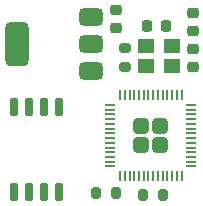
<source format=gbr>
%TF.GenerationSoftware,KiCad,Pcbnew,8.0.2-1*%
%TF.CreationDate,2024-05-28T17:37:14-06:00*%
%TF.ProjectId,magicreceiver,6d616769-6372-4656-9365-697665722e6b,rev?*%
%TF.SameCoordinates,Original*%
%TF.FileFunction,Paste,Top*%
%TF.FilePolarity,Positive*%
%FSLAX46Y46*%
G04 Gerber Fmt 4.6, Leading zero omitted, Abs format (unit mm)*
G04 Created by KiCad (PCBNEW 8.0.2-1) date 2024-05-28 17:37:14*
%MOMM*%
%LPD*%
G01*
G04 APERTURE LIST*
G04 Aperture macros list*
%AMRoundRect*
0 Rectangle with rounded corners*
0 $1 Rounding radius*
0 $2 $3 $4 $5 $6 $7 $8 $9 X,Y pos of 4 corners*
0 Add a 4 corners polygon primitive as box body*
4,1,4,$2,$3,$4,$5,$6,$7,$8,$9,$2,$3,0*
0 Add four circle primitives for the rounded corners*
1,1,$1+$1,$2,$3*
1,1,$1+$1,$4,$5*
1,1,$1+$1,$6,$7*
1,1,$1+$1,$8,$9*
0 Add four rect primitives between the rounded corners*
20,1,$1+$1,$2,$3,$4,$5,0*
20,1,$1+$1,$4,$5,$6,$7,0*
20,1,$1+$1,$6,$7,$8,$9,0*
20,1,$1+$1,$8,$9,$2,$3,0*%
G04 Aperture macros list end*
%ADD10RoundRect,0.200000X-0.275000X0.200000X-0.275000X-0.200000X0.275000X-0.200000X0.275000X0.200000X0*%
%ADD11RoundRect,0.225000X-0.250000X0.225000X-0.250000X-0.225000X0.250000X-0.225000X0.250000X0.225000X0*%
%ADD12RoundRect,0.150000X0.150000X-0.650000X0.150000X0.650000X-0.150000X0.650000X-0.150000X-0.650000X0*%
%ADD13RoundRect,0.225000X0.250000X-0.225000X0.250000X0.225000X-0.250000X0.225000X-0.250000X-0.225000X0*%
%ADD14RoundRect,0.225000X0.225000X0.250000X-0.225000X0.250000X-0.225000X-0.250000X0.225000X-0.250000X0*%
%ADD15RoundRect,0.249999X0.395001X0.395001X-0.395001X0.395001X-0.395001X-0.395001X0.395001X-0.395001X0*%
%ADD16RoundRect,0.050000X0.387500X0.050000X-0.387500X0.050000X-0.387500X-0.050000X0.387500X-0.050000X0*%
%ADD17RoundRect,0.050000X0.050000X0.387500X-0.050000X0.387500X-0.050000X-0.387500X0.050000X-0.387500X0*%
%ADD18RoundRect,0.375000X0.625000X0.375000X-0.625000X0.375000X-0.625000X-0.375000X0.625000X-0.375000X0*%
%ADD19RoundRect,0.500000X0.500000X1.400000X-0.500000X1.400000X-0.500000X-1.400000X0.500000X-1.400000X0*%
%ADD20RoundRect,0.200000X-0.200000X-0.275000X0.200000X-0.275000X0.200000X0.275000X-0.200000X0.275000X0*%
%ADD21R,1.400000X1.200000*%
G04 APERTURE END LIST*
D10*
%TO.C,R3*%
X125524200Y-146940000D03*
X125524200Y-148590000D03*
%TD*%
D11*
%TO.C,C17*%
X124764800Y-143700200D03*
X124764800Y-145250200D03*
%TD*%
D12*
%TO.C,U2*%
X116179600Y-159105600D03*
X117449600Y-159105600D03*
X118719600Y-159105600D03*
X119989600Y-159105600D03*
X119989600Y-151905600D03*
X118719600Y-151905600D03*
X117449600Y-151905600D03*
X116179600Y-151905600D03*
%TD*%
D13*
%TO.C,C16*%
X131318000Y-145504200D03*
X131318000Y-143954200D03*
%TD*%
D14*
%TO.C,C2*%
X129004600Y-145084800D03*
X127454600Y-145084800D03*
%TD*%
D15*
%TO.C,U1*%
X128538500Y-155172000D03*
X128538500Y-153572000D03*
X126938500Y-155172000D03*
X126938500Y-153572000D03*
D16*
X131176000Y-156972000D03*
X131176000Y-156572000D03*
X131176000Y-156172000D03*
X131176000Y-155772000D03*
X131176000Y-155372000D03*
X131176000Y-154972000D03*
X131176000Y-154572000D03*
X131176000Y-154172000D03*
X131176000Y-153772000D03*
X131176000Y-153372000D03*
X131176000Y-152972000D03*
X131176000Y-152572000D03*
X131176000Y-152172000D03*
X131176000Y-151772000D03*
D17*
X130338500Y-150934500D03*
X129938500Y-150934500D03*
X129538500Y-150934500D03*
X129138500Y-150934500D03*
X128738500Y-150934500D03*
X128338500Y-150934500D03*
X127938500Y-150934500D03*
X127538500Y-150934500D03*
X127138500Y-150934500D03*
X126738500Y-150934500D03*
X126338500Y-150934500D03*
X125938500Y-150934500D03*
X125538500Y-150934500D03*
X125138500Y-150934500D03*
D16*
X124301000Y-151772000D03*
X124301000Y-152172000D03*
X124301000Y-152572000D03*
X124301000Y-152972000D03*
X124301000Y-153372000D03*
X124301000Y-153772000D03*
X124301000Y-154172000D03*
X124301000Y-154572000D03*
X124301000Y-154972000D03*
X124301000Y-155372000D03*
X124301000Y-155772000D03*
X124301000Y-156172000D03*
X124301000Y-156572000D03*
X124301000Y-156972000D03*
D17*
X125138500Y-157809500D03*
X125538500Y-157809500D03*
X125938500Y-157809500D03*
X126338500Y-157809500D03*
X126738500Y-157809500D03*
X127138500Y-157809500D03*
X127538500Y-157809500D03*
X127938500Y-157809500D03*
X128338500Y-157809500D03*
X128738500Y-157809500D03*
X129138500Y-157809500D03*
X129538500Y-157809500D03*
X129938500Y-157809500D03*
X130338500Y-157809500D03*
%TD*%
D18*
%TO.C,U3*%
X122682400Y-148896700D03*
X122682400Y-146596700D03*
D19*
X116382400Y-146596700D03*
D18*
X122682400Y-144296700D03*
%TD*%
D20*
%TO.C,R1*%
X127101600Y-159359600D03*
X128751600Y-159359600D03*
%TD*%
%TO.C,R2*%
X123140200Y-159258000D03*
X124790200Y-159258000D03*
%TD*%
D21*
%TO.C,Y1*%
X129527600Y-146735800D03*
X127327600Y-146735800D03*
X127327600Y-148435800D03*
X129527600Y-148435800D03*
%TD*%
D11*
%TO.C,C1*%
X131315400Y-147002200D03*
X131315400Y-148552200D03*
%TD*%
M02*

</source>
